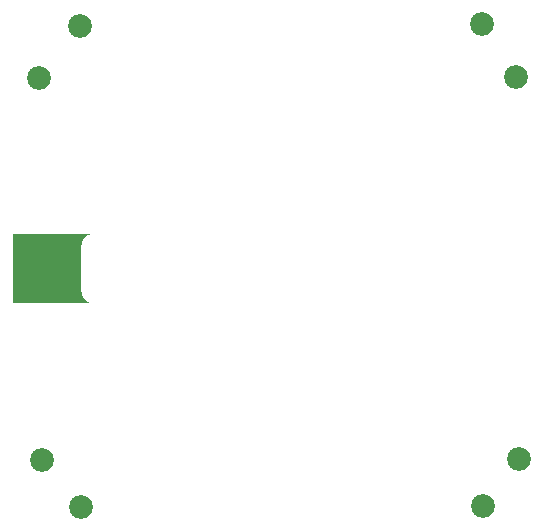
<source format=gtl>
G04 MADE WITH FRITZING*
G04 WWW.FRITZING.ORG*
G04 DOUBLE SIDED*
G04 HOLES PLATED*
G04 CONTOUR ON CENTER OF CONTOUR VECTOR*
%ASAXBY*%
%FSLAX23Y23*%
%MOIN*%
%OFA0B0*%
%SFA1.0B1.0*%
%ADD10C,0.079370*%
%ADD11R,0.001000X0.001000*%
%LNCOPPER1*%
G90*
G70*
G54D10*
X86Y1518D03*
X226Y85D03*
X96Y242D03*
X1676Y1521D03*
X1685Y245D03*
X1563Y1696D03*
X224Y1691D03*
X1565Y90D03*
G54D11*
X0Y995D02*
X257Y995D01*
X0Y994D02*
X253Y994D01*
X0Y993D02*
X250Y993D01*
X0Y992D02*
X248Y992D01*
X0Y991D02*
X246Y991D01*
X0Y990D02*
X245Y990D01*
X0Y989D02*
X243Y989D01*
X0Y988D02*
X242Y988D01*
X0Y987D02*
X241Y987D01*
X0Y986D02*
X239Y986D01*
X0Y985D02*
X238Y985D01*
X0Y984D02*
X237Y984D01*
X0Y983D02*
X237Y983D01*
X0Y982D02*
X236Y982D01*
X0Y981D02*
X235Y981D01*
X0Y980D02*
X234Y980D01*
X0Y979D02*
X234Y979D01*
X0Y978D02*
X233Y978D01*
X0Y977D02*
X233Y977D01*
X0Y976D02*
X232Y976D01*
X0Y975D02*
X231Y975D01*
X0Y974D02*
X231Y974D01*
X0Y973D02*
X231Y973D01*
X0Y972D02*
X230Y972D01*
X0Y971D02*
X230Y971D01*
X0Y970D02*
X229Y970D01*
X0Y969D02*
X229Y969D01*
X0Y968D02*
X229Y968D01*
X0Y967D02*
X229Y967D01*
X0Y966D02*
X228Y966D01*
X0Y965D02*
X228Y965D01*
X0Y964D02*
X228Y964D01*
X0Y963D02*
X228Y963D01*
X0Y962D02*
X228Y962D01*
X0Y961D02*
X228Y961D01*
X0Y960D02*
X227Y960D01*
X0Y959D02*
X227Y959D01*
X0Y958D02*
X227Y958D01*
X0Y957D02*
X227Y957D01*
X0Y956D02*
X227Y956D01*
X0Y955D02*
X227Y955D01*
X0Y954D02*
X227Y954D01*
X0Y953D02*
X227Y953D01*
X0Y952D02*
X227Y952D01*
X0Y951D02*
X227Y951D01*
X0Y950D02*
X227Y950D01*
X0Y949D02*
X227Y949D01*
X0Y948D02*
X227Y948D01*
X0Y947D02*
X227Y947D01*
X0Y946D02*
X227Y946D01*
X0Y945D02*
X227Y945D01*
X0Y944D02*
X227Y944D01*
X0Y943D02*
X227Y943D01*
X0Y942D02*
X227Y942D01*
X0Y941D02*
X227Y941D01*
X0Y940D02*
X227Y940D01*
X0Y939D02*
X227Y939D01*
X0Y938D02*
X227Y938D01*
X0Y937D02*
X227Y937D01*
X0Y936D02*
X227Y936D01*
X0Y935D02*
X227Y935D01*
X0Y934D02*
X227Y934D01*
X0Y933D02*
X227Y933D01*
X0Y932D02*
X227Y932D01*
X0Y931D02*
X227Y931D01*
X0Y930D02*
X227Y930D01*
X0Y929D02*
X227Y929D01*
X0Y928D02*
X227Y928D01*
X0Y927D02*
X227Y927D01*
X0Y926D02*
X227Y926D01*
X0Y925D02*
X227Y925D01*
X0Y924D02*
X227Y924D01*
X0Y923D02*
X227Y923D01*
X0Y922D02*
X227Y922D01*
X0Y921D02*
X227Y921D01*
X0Y920D02*
X227Y920D01*
X0Y919D02*
X227Y919D01*
X0Y918D02*
X227Y918D01*
X0Y917D02*
X227Y917D01*
X0Y916D02*
X227Y916D01*
X0Y915D02*
X227Y915D01*
X0Y914D02*
X227Y914D01*
X0Y913D02*
X227Y913D01*
X0Y912D02*
X227Y912D01*
X0Y911D02*
X227Y911D01*
X0Y910D02*
X227Y910D01*
X0Y909D02*
X227Y909D01*
X0Y908D02*
X227Y908D01*
X0Y907D02*
X227Y907D01*
X0Y906D02*
X227Y906D01*
X0Y905D02*
X227Y905D01*
X0Y904D02*
X227Y904D01*
X0Y903D02*
X227Y903D01*
X0Y902D02*
X227Y902D01*
X0Y901D02*
X227Y901D01*
X0Y900D02*
X227Y900D01*
X0Y899D02*
X227Y899D01*
X0Y898D02*
X227Y898D01*
X0Y897D02*
X227Y897D01*
X0Y896D02*
X227Y896D01*
X0Y895D02*
X227Y895D01*
X0Y894D02*
X227Y894D01*
X0Y893D02*
X227Y893D01*
X0Y892D02*
X227Y892D01*
X0Y891D02*
X227Y891D01*
X0Y890D02*
X227Y890D01*
X0Y889D02*
X227Y889D01*
X0Y888D02*
X227Y888D01*
X0Y887D02*
X227Y887D01*
X0Y886D02*
X227Y886D01*
X0Y885D02*
X227Y885D01*
X0Y884D02*
X227Y884D01*
X0Y883D02*
X227Y883D01*
X0Y882D02*
X227Y882D01*
X0Y881D02*
X227Y881D01*
X0Y880D02*
X227Y880D01*
X0Y879D02*
X227Y879D01*
X0Y878D02*
X227Y878D01*
X0Y877D02*
X227Y877D01*
X0Y876D02*
X227Y876D01*
X0Y875D02*
X227Y875D01*
X0Y874D02*
X227Y874D01*
X0Y873D02*
X227Y873D01*
X0Y872D02*
X227Y872D01*
X0Y871D02*
X227Y871D01*
X0Y870D02*
X227Y870D01*
X0Y869D02*
X227Y869D01*
X0Y868D02*
X227Y868D01*
X0Y867D02*
X227Y867D01*
X0Y866D02*
X227Y866D01*
X0Y865D02*
X227Y865D01*
X0Y864D02*
X227Y864D01*
X0Y863D02*
X227Y863D01*
X0Y862D02*
X227Y862D01*
X0Y861D02*
X227Y861D01*
X0Y860D02*
X227Y860D01*
X0Y859D02*
X227Y859D01*
X0Y858D02*
X227Y858D01*
X0Y857D02*
X227Y857D01*
X0Y856D02*
X227Y856D01*
X0Y855D02*
X227Y855D01*
X0Y854D02*
X227Y854D01*
X0Y853D02*
X227Y853D01*
X0Y852D02*
X227Y852D01*
X0Y851D02*
X227Y851D01*
X0Y850D02*
X227Y850D01*
X0Y849D02*
X227Y849D01*
X0Y848D02*
X227Y848D01*
X0Y847D02*
X227Y847D01*
X0Y846D02*
X227Y846D01*
X0Y845D02*
X227Y845D01*
X0Y844D02*
X227Y844D01*
X0Y843D02*
X227Y843D01*
X0Y842D02*
X227Y842D01*
X0Y841D02*
X227Y841D01*
X0Y840D02*
X227Y840D01*
X0Y839D02*
X227Y839D01*
X0Y838D02*
X227Y838D01*
X0Y837D02*
X227Y837D01*
X0Y836D02*
X227Y836D01*
X0Y835D02*
X227Y835D01*
X0Y834D02*
X227Y834D01*
X0Y833D02*
X227Y833D01*
X0Y832D02*
X227Y832D01*
X0Y831D02*
X227Y831D01*
X0Y830D02*
X227Y830D01*
X0Y829D02*
X227Y829D01*
X0Y828D02*
X227Y828D01*
X0Y827D02*
X227Y827D01*
X0Y826D02*
X227Y826D01*
X0Y825D02*
X227Y825D01*
X0Y824D02*
X227Y824D01*
X0Y823D02*
X227Y823D01*
X0Y822D02*
X227Y822D01*
X0Y821D02*
X227Y821D01*
X0Y820D02*
X227Y820D01*
X0Y819D02*
X227Y819D01*
X0Y818D02*
X227Y818D01*
X0Y817D02*
X227Y817D01*
X0Y816D02*
X227Y816D01*
X0Y815D02*
X227Y815D01*
X0Y814D02*
X227Y814D01*
X0Y813D02*
X227Y813D01*
X0Y812D02*
X227Y812D01*
X0Y811D02*
X227Y811D01*
X0Y810D02*
X227Y810D01*
X0Y809D02*
X227Y809D01*
X0Y808D02*
X227Y808D01*
X0Y807D02*
X227Y807D01*
X0Y806D02*
X227Y806D01*
X0Y805D02*
X227Y805D01*
X0Y804D02*
X227Y804D01*
X0Y803D02*
X227Y803D01*
X0Y802D02*
X228Y802D01*
X0Y801D02*
X228Y801D01*
X0Y800D02*
X228Y800D01*
X0Y799D02*
X228Y799D01*
X0Y798D02*
X228Y798D01*
X0Y797D02*
X228Y797D01*
X0Y796D02*
X228Y796D01*
X0Y795D02*
X229Y795D01*
X0Y794D02*
X229Y794D01*
X0Y793D02*
X229Y793D01*
X0Y792D02*
X230Y792D01*
X0Y791D02*
X230Y791D01*
X0Y790D02*
X230Y790D01*
X0Y789D02*
X231Y789D01*
X0Y788D02*
X231Y788D01*
X0Y787D02*
X232Y787D01*
X0Y786D02*
X232Y786D01*
X0Y785D02*
X233Y785D01*
X0Y784D02*
X233Y784D01*
X0Y783D02*
X234Y783D01*
X0Y782D02*
X235Y782D01*
X0Y781D02*
X235Y781D01*
X0Y780D02*
X236Y780D01*
X0Y779D02*
X237Y779D01*
X0Y778D02*
X238Y778D01*
X0Y777D02*
X239Y777D01*
X0Y776D02*
X240Y776D01*
X0Y775D02*
X241Y775D01*
X0Y774D02*
X242Y774D01*
X0Y773D02*
X243Y773D01*
X0Y772D02*
X245Y772D01*
X0Y771D02*
X247Y771D01*
X0Y770D02*
X249Y770D01*
X0Y769D02*
X251Y769D01*
X0Y768D02*
X254Y768D01*
X0Y767D02*
X261Y767D01*
D02*
G04 End of Copper1*
M02*
</source>
